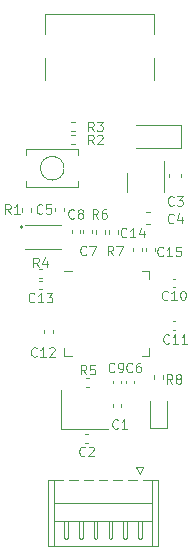
<source format=gbr>
%TF.GenerationSoftware,KiCad,Pcbnew,(6.0.8-1)-1*%
%TF.CreationDate,2022-11-12T20:26:07+08:00*%
%TF.ProjectId,RP-Link,52502d4c-696e-46b2-9e6b-696361645f70,rev?*%
%TF.SameCoordinates,Original*%
%TF.FileFunction,Legend,Top*%
%TF.FilePolarity,Positive*%
%FSLAX46Y46*%
G04 Gerber Fmt 4.6, Leading zero omitted, Abs format (unit mm)*
G04 Created by KiCad (PCBNEW (6.0.8-1)-1) date 2022-11-12 20:26:07*
%MOMM*%
%LPD*%
G01*
G04 APERTURE LIST*
%ADD10C,0.090000*%
%ADD11C,0.120000*%
%ADD12C,0.155000*%
G04 APERTURE END LIST*
D10*
%TO.C,R2*%
X124116666Y-75461904D02*
X123850000Y-75080952D01*
X123659523Y-75461904D02*
X123659523Y-74661904D01*
X123964285Y-74661904D01*
X124040476Y-74700000D01*
X124078571Y-74738095D01*
X124116666Y-74814285D01*
X124116666Y-74928571D01*
X124078571Y-75004761D01*
X124040476Y-75042857D01*
X123964285Y-75080952D01*
X123659523Y-75080952D01*
X124421428Y-74738095D02*
X124459523Y-74700000D01*
X124535714Y-74661904D01*
X124726190Y-74661904D01*
X124802380Y-74700000D01*
X124840476Y-74738095D01*
X124878571Y-74814285D01*
X124878571Y-74890476D01*
X124840476Y-75004761D01*
X124383333Y-75461904D01*
X124878571Y-75461904D01*
%TO.C,R5*%
X123466666Y-94961904D02*
X123200000Y-94580952D01*
X123009523Y-94961904D02*
X123009523Y-94161904D01*
X123314285Y-94161904D01*
X123390476Y-94200000D01*
X123428571Y-94238095D01*
X123466666Y-94314285D01*
X123466666Y-94428571D01*
X123428571Y-94504761D01*
X123390476Y-94542857D01*
X123314285Y-94580952D01*
X123009523Y-94580952D01*
X124190476Y-94161904D02*
X123809523Y-94161904D01*
X123771428Y-94542857D01*
X123809523Y-94504761D01*
X123885714Y-94466666D01*
X124076190Y-94466666D01*
X124152380Y-94504761D01*
X124190476Y-94542857D01*
X124228571Y-94619047D01*
X124228571Y-94809523D01*
X124190476Y-94885714D01*
X124152380Y-94923809D01*
X124076190Y-94961904D01*
X123885714Y-94961904D01*
X123809523Y-94923809D01*
X123771428Y-94885714D01*
%TO.C,C12*%
X119285714Y-93385714D02*
X119247619Y-93423809D01*
X119133333Y-93461904D01*
X119057142Y-93461904D01*
X118942857Y-93423809D01*
X118866666Y-93347619D01*
X118828571Y-93271428D01*
X118790476Y-93119047D01*
X118790476Y-93004761D01*
X118828571Y-92852380D01*
X118866666Y-92776190D01*
X118942857Y-92700000D01*
X119057142Y-92661904D01*
X119133333Y-92661904D01*
X119247619Y-92700000D01*
X119285714Y-92738095D01*
X120047619Y-93461904D02*
X119590476Y-93461904D01*
X119819047Y-93461904D02*
X119819047Y-92661904D01*
X119742857Y-92776190D01*
X119666666Y-92852380D01*
X119590476Y-92890476D01*
X120352380Y-92738095D02*
X120390476Y-92700000D01*
X120466666Y-92661904D01*
X120657142Y-92661904D01*
X120733333Y-92700000D01*
X120771428Y-92738095D01*
X120809523Y-92814285D01*
X120809523Y-92890476D01*
X120771428Y-93004761D01*
X120314285Y-93461904D01*
X120809523Y-93461904D01*
%TO.C,C4*%
X130866666Y-82085714D02*
X130828571Y-82123809D01*
X130714285Y-82161904D01*
X130638095Y-82161904D01*
X130523809Y-82123809D01*
X130447619Y-82047619D01*
X130409523Y-81971428D01*
X130371428Y-81819047D01*
X130371428Y-81704761D01*
X130409523Y-81552380D01*
X130447619Y-81476190D01*
X130523809Y-81400000D01*
X130638095Y-81361904D01*
X130714285Y-81361904D01*
X130828571Y-81400000D01*
X130866666Y-81438095D01*
X131552380Y-81628571D02*
X131552380Y-82161904D01*
X131361904Y-81323809D02*
X131171428Y-81895238D01*
X131666666Y-81895238D01*
%TO.C,R3*%
X124116666Y-74361904D02*
X123850000Y-73980952D01*
X123659523Y-74361904D02*
X123659523Y-73561904D01*
X123964285Y-73561904D01*
X124040476Y-73600000D01*
X124078571Y-73638095D01*
X124116666Y-73714285D01*
X124116666Y-73828571D01*
X124078571Y-73904761D01*
X124040476Y-73942857D01*
X123964285Y-73980952D01*
X123659523Y-73980952D01*
X124383333Y-73561904D02*
X124878571Y-73561904D01*
X124611904Y-73866666D01*
X124726190Y-73866666D01*
X124802380Y-73904761D01*
X124840476Y-73942857D01*
X124878571Y-74019047D01*
X124878571Y-74209523D01*
X124840476Y-74285714D01*
X124802380Y-74323809D01*
X124726190Y-74361904D01*
X124497619Y-74361904D01*
X124421428Y-74323809D01*
X124383333Y-74285714D01*
%TO.C,R1*%
X117066666Y-81361904D02*
X116800000Y-80980952D01*
X116609523Y-81361904D02*
X116609523Y-80561904D01*
X116914285Y-80561904D01*
X116990476Y-80600000D01*
X117028571Y-80638095D01*
X117066666Y-80714285D01*
X117066666Y-80828571D01*
X117028571Y-80904761D01*
X116990476Y-80942857D01*
X116914285Y-80980952D01*
X116609523Y-80980952D01*
X117828571Y-81361904D02*
X117371428Y-81361904D01*
X117600000Y-81361904D02*
X117600000Y-80561904D01*
X117523809Y-80676190D01*
X117447619Y-80752380D01*
X117371428Y-80790476D01*
%TO.C,C9*%
X125866666Y-94685714D02*
X125828571Y-94723809D01*
X125714285Y-94761904D01*
X125638095Y-94761904D01*
X125523809Y-94723809D01*
X125447619Y-94647619D01*
X125409523Y-94571428D01*
X125371428Y-94419047D01*
X125371428Y-94304761D01*
X125409523Y-94152380D01*
X125447619Y-94076190D01*
X125523809Y-94000000D01*
X125638095Y-93961904D01*
X125714285Y-93961904D01*
X125828571Y-94000000D01*
X125866666Y-94038095D01*
X126247619Y-94761904D02*
X126400000Y-94761904D01*
X126476190Y-94723809D01*
X126514285Y-94685714D01*
X126590476Y-94571428D01*
X126628571Y-94419047D01*
X126628571Y-94114285D01*
X126590476Y-94038095D01*
X126552380Y-94000000D01*
X126476190Y-93961904D01*
X126323809Y-93961904D01*
X126247619Y-94000000D01*
X126209523Y-94038095D01*
X126171428Y-94114285D01*
X126171428Y-94304761D01*
X126209523Y-94380952D01*
X126247619Y-94419047D01*
X126323809Y-94457142D01*
X126476190Y-94457142D01*
X126552380Y-94419047D01*
X126590476Y-94380952D01*
X126628571Y-94304761D01*
%TO.C,C2*%
X123366666Y-101785714D02*
X123328571Y-101823809D01*
X123214285Y-101861904D01*
X123138095Y-101861904D01*
X123023809Y-101823809D01*
X122947619Y-101747619D01*
X122909523Y-101671428D01*
X122871428Y-101519047D01*
X122871428Y-101404761D01*
X122909523Y-101252380D01*
X122947619Y-101176190D01*
X123023809Y-101100000D01*
X123138095Y-101061904D01*
X123214285Y-101061904D01*
X123328571Y-101100000D01*
X123366666Y-101138095D01*
X123671428Y-101138095D02*
X123709523Y-101100000D01*
X123785714Y-101061904D01*
X123976190Y-101061904D01*
X124052380Y-101100000D01*
X124090476Y-101138095D01*
X124128571Y-101214285D01*
X124128571Y-101290476D01*
X124090476Y-101404761D01*
X123633333Y-101861904D01*
X124128571Y-101861904D01*
%TO.C,C10*%
X130385714Y-88585714D02*
X130347619Y-88623809D01*
X130233333Y-88661904D01*
X130157142Y-88661904D01*
X130042857Y-88623809D01*
X129966666Y-88547619D01*
X129928571Y-88471428D01*
X129890476Y-88319047D01*
X129890476Y-88204761D01*
X129928571Y-88052380D01*
X129966666Y-87976190D01*
X130042857Y-87900000D01*
X130157142Y-87861904D01*
X130233333Y-87861904D01*
X130347619Y-87900000D01*
X130385714Y-87938095D01*
X131147619Y-88661904D02*
X130690476Y-88661904D01*
X130919047Y-88661904D02*
X130919047Y-87861904D01*
X130842857Y-87976190D01*
X130766666Y-88052380D01*
X130690476Y-88090476D01*
X131642857Y-87861904D02*
X131719047Y-87861904D01*
X131795238Y-87900000D01*
X131833333Y-87938095D01*
X131871428Y-88014285D01*
X131909523Y-88166666D01*
X131909523Y-88357142D01*
X131871428Y-88509523D01*
X131833333Y-88585714D01*
X131795238Y-88623809D01*
X131719047Y-88661904D01*
X131642857Y-88661904D01*
X131566666Y-88623809D01*
X131528571Y-88585714D01*
X131490476Y-88509523D01*
X131452380Y-88357142D01*
X131452380Y-88166666D01*
X131490476Y-88014285D01*
X131528571Y-87938095D01*
X131566666Y-87900000D01*
X131642857Y-87861904D01*
%TO.C,C14*%
X126885714Y-83285714D02*
X126847619Y-83323809D01*
X126733333Y-83361904D01*
X126657142Y-83361904D01*
X126542857Y-83323809D01*
X126466666Y-83247619D01*
X126428571Y-83171428D01*
X126390476Y-83019047D01*
X126390476Y-82904761D01*
X126428571Y-82752380D01*
X126466666Y-82676190D01*
X126542857Y-82600000D01*
X126657142Y-82561904D01*
X126733333Y-82561904D01*
X126847619Y-82600000D01*
X126885714Y-82638095D01*
X127647619Y-83361904D02*
X127190476Y-83361904D01*
X127419047Y-83361904D02*
X127419047Y-82561904D01*
X127342857Y-82676190D01*
X127266666Y-82752380D01*
X127190476Y-82790476D01*
X128333333Y-82828571D02*
X128333333Y-83361904D01*
X128142857Y-82523809D02*
X127952380Y-83095238D01*
X128447619Y-83095238D01*
%TO.C,C1*%
X126166666Y-99485714D02*
X126128571Y-99523809D01*
X126014285Y-99561904D01*
X125938095Y-99561904D01*
X125823809Y-99523809D01*
X125747619Y-99447619D01*
X125709523Y-99371428D01*
X125671428Y-99219047D01*
X125671428Y-99104761D01*
X125709523Y-98952380D01*
X125747619Y-98876190D01*
X125823809Y-98800000D01*
X125938095Y-98761904D01*
X126014285Y-98761904D01*
X126128571Y-98800000D01*
X126166666Y-98838095D01*
X126928571Y-99561904D02*
X126471428Y-99561904D01*
X126700000Y-99561904D02*
X126700000Y-98761904D01*
X126623809Y-98876190D01*
X126547619Y-98952380D01*
X126471428Y-98990476D01*
%TO.C,C13*%
X119085714Y-88785714D02*
X119047619Y-88823809D01*
X118933333Y-88861904D01*
X118857142Y-88861904D01*
X118742857Y-88823809D01*
X118666666Y-88747619D01*
X118628571Y-88671428D01*
X118590476Y-88519047D01*
X118590476Y-88404761D01*
X118628571Y-88252380D01*
X118666666Y-88176190D01*
X118742857Y-88100000D01*
X118857142Y-88061904D01*
X118933333Y-88061904D01*
X119047619Y-88100000D01*
X119085714Y-88138095D01*
X119847619Y-88861904D02*
X119390476Y-88861904D01*
X119619047Y-88861904D02*
X119619047Y-88061904D01*
X119542857Y-88176190D01*
X119466666Y-88252380D01*
X119390476Y-88290476D01*
X120114285Y-88061904D02*
X120609523Y-88061904D01*
X120342857Y-88366666D01*
X120457142Y-88366666D01*
X120533333Y-88404761D01*
X120571428Y-88442857D01*
X120609523Y-88519047D01*
X120609523Y-88709523D01*
X120571428Y-88785714D01*
X120533333Y-88823809D01*
X120457142Y-88861904D01*
X120228571Y-88861904D01*
X120152380Y-88823809D01*
X120114285Y-88785714D01*
%TO.C,C7*%
X123466666Y-84785714D02*
X123428571Y-84823809D01*
X123314285Y-84861904D01*
X123238095Y-84861904D01*
X123123809Y-84823809D01*
X123047619Y-84747619D01*
X123009523Y-84671428D01*
X122971428Y-84519047D01*
X122971428Y-84404761D01*
X123009523Y-84252380D01*
X123047619Y-84176190D01*
X123123809Y-84100000D01*
X123238095Y-84061904D01*
X123314285Y-84061904D01*
X123428571Y-84100000D01*
X123466666Y-84138095D01*
X123733333Y-84061904D02*
X124266666Y-84061904D01*
X123923809Y-84861904D01*
%TO.C,C15*%
X129985714Y-84885714D02*
X129947619Y-84923809D01*
X129833333Y-84961904D01*
X129757142Y-84961904D01*
X129642857Y-84923809D01*
X129566666Y-84847619D01*
X129528571Y-84771428D01*
X129490476Y-84619047D01*
X129490476Y-84504761D01*
X129528571Y-84352380D01*
X129566666Y-84276190D01*
X129642857Y-84200000D01*
X129757142Y-84161904D01*
X129833333Y-84161904D01*
X129947619Y-84200000D01*
X129985714Y-84238095D01*
X130747619Y-84961904D02*
X130290476Y-84961904D01*
X130519047Y-84961904D02*
X130519047Y-84161904D01*
X130442857Y-84276190D01*
X130366666Y-84352380D01*
X130290476Y-84390476D01*
X131471428Y-84161904D02*
X131090476Y-84161904D01*
X131052380Y-84542857D01*
X131090476Y-84504761D01*
X131166666Y-84466666D01*
X131357142Y-84466666D01*
X131433333Y-84504761D01*
X131471428Y-84542857D01*
X131509523Y-84619047D01*
X131509523Y-84809523D01*
X131471428Y-84885714D01*
X131433333Y-84923809D01*
X131357142Y-84961904D01*
X131166666Y-84961904D01*
X131090476Y-84923809D01*
X131052380Y-84885714D01*
%TO.C,C6*%
X127366666Y-94685714D02*
X127328571Y-94723809D01*
X127214285Y-94761904D01*
X127138095Y-94761904D01*
X127023809Y-94723809D01*
X126947619Y-94647619D01*
X126909523Y-94571428D01*
X126871428Y-94419047D01*
X126871428Y-94304761D01*
X126909523Y-94152380D01*
X126947619Y-94076190D01*
X127023809Y-94000000D01*
X127138095Y-93961904D01*
X127214285Y-93961904D01*
X127328571Y-94000000D01*
X127366666Y-94038095D01*
X128052380Y-93961904D02*
X127900000Y-93961904D01*
X127823809Y-94000000D01*
X127785714Y-94038095D01*
X127709523Y-94152380D01*
X127671428Y-94304761D01*
X127671428Y-94609523D01*
X127709523Y-94685714D01*
X127747619Y-94723809D01*
X127823809Y-94761904D01*
X127976190Y-94761904D01*
X128052380Y-94723809D01*
X128090476Y-94685714D01*
X128128571Y-94609523D01*
X128128571Y-94419047D01*
X128090476Y-94342857D01*
X128052380Y-94304761D01*
X127976190Y-94266666D01*
X127823809Y-94266666D01*
X127747619Y-94304761D01*
X127709523Y-94342857D01*
X127671428Y-94419047D01*
%TO.C,C11*%
X130485714Y-92285714D02*
X130447619Y-92323809D01*
X130333333Y-92361904D01*
X130257142Y-92361904D01*
X130142857Y-92323809D01*
X130066666Y-92247619D01*
X130028571Y-92171428D01*
X129990476Y-92019047D01*
X129990476Y-91904761D01*
X130028571Y-91752380D01*
X130066666Y-91676190D01*
X130142857Y-91600000D01*
X130257142Y-91561904D01*
X130333333Y-91561904D01*
X130447619Y-91600000D01*
X130485714Y-91638095D01*
X131247619Y-92361904D02*
X130790476Y-92361904D01*
X131019047Y-92361904D02*
X131019047Y-91561904D01*
X130942857Y-91676190D01*
X130866666Y-91752380D01*
X130790476Y-91790476D01*
X132009523Y-92361904D02*
X131552380Y-92361904D01*
X131780952Y-92361904D02*
X131780952Y-91561904D01*
X131704761Y-91676190D01*
X131628571Y-91752380D01*
X131552380Y-91790476D01*
%TO.C,R7*%
X125766666Y-84861904D02*
X125500000Y-84480952D01*
X125309523Y-84861904D02*
X125309523Y-84061904D01*
X125614285Y-84061904D01*
X125690476Y-84100000D01*
X125728571Y-84138095D01*
X125766666Y-84214285D01*
X125766666Y-84328571D01*
X125728571Y-84404761D01*
X125690476Y-84442857D01*
X125614285Y-84480952D01*
X125309523Y-84480952D01*
X126033333Y-84061904D02*
X126566666Y-84061904D01*
X126223809Y-84861904D01*
%TO.C,C3*%
X130866666Y-80585714D02*
X130828571Y-80623809D01*
X130714285Y-80661904D01*
X130638095Y-80661904D01*
X130523809Y-80623809D01*
X130447619Y-80547619D01*
X130409523Y-80471428D01*
X130371428Y-80319047D01*
X130371428Y-80204761D01*
X130409523Y-80052380D01*
X130447619Y-79976190D01*
X130523809Y-79900000D01*
X130638095Y-79861904D01*
X130714285Y-79861904D01*
X130828571Y-79900000D01*
X130866666Y-79938095D01*
X131133333Y-79861904D02*
X131628571Y-79861904D01*
X131361904Y-80166666D01*
X131476190Y-80166666D01*
X131552380Y-80204761D01*
X131590476Y-80242857D01*
X131628571Y-80319047D01*
X131628571Y-80509523D01*
X131590476Y-80585714D01*
X131552380Y-80623809D01*
X131476190Y-80661904D01*
X131247619Y-80661904D01*
X131171428Y-80623809D01*
X131133333Y-80585714D01*
%TO.C,R8*%
X130766666Y-95761904D02*
X130500000Y-95380952D01*
X130309523Y-95761904D02*
X130309523Y-94961904D01*
X130614285Y-94961904D01*
X130690476Y-95000000D01*
X130728571Y-95038095D01*
X130766666Y-95114285D01*
X130766666Y-95228571D01*
X130728571Y-95304761D01*
X130690476Y-95342857D01*
X130614285Y-95380952D01*
X130309523Y-95380952D01*
X131223809Y-95304761D02*
X131147619Y-95266666D01*
X131109523Y-95228571D01*
X131071428Y-95152380D01*
X131071428Y-95114285D01*
X131109523Y-95038095D01*
X131147619Y-95000000D01*
X131223809Y-94961904D01*
X131376190Y-94961904D01*
X131452380Y-95000000D01*
X131490476Y-95038095D01*
X131528571Y-95114285D01*
X131528571Y-95152380D01*
X131490476Y-95228571D01*
X131452380Y-95266666D01*
X131376190Y-95304761D01*
X131223809Y-95304761D01*
X131147619Y-95342857D01*
X131109523Y-95380952D01*
X131071428Y-95457142D01*
X131071428Y-95609523D01*
X131109523Y-95685714D01*
X131147619Y-95723809D01*
X131223809Y-95761904D01*
X131376190Y-95761904D01*
X131452380Y-95723809D01*
X131490476Y-95685714D01*
X131528571Y-95609523D01*
X131528571Y-95457142D01*
X131490476Y-95380952D01*
X131452380Y-95342857D01*
X131376190Y-95304761D01*
%TO.C,R6*%
X124466666Y-81761904D02*
X124200000Y-81380952D01*
X124009523Y-81761904D02*
X124009523Y-80961904D01*
X124314285Y-80961904D01*
X124390476Y-81000000D01*
X124428571Y-81038095D01*
X124466666Y-81114285D01*
X124466666Y-81228571D01*
X124428571Y-81304761D01*
X124390476Y-81342857D01*
X124314285Y-81380952D01*
X124009523Y-81380952D01*
X125152380Y-80961904D02*
X125000000Y-80961904D01*
X124923809Y-81000000D01*
X124885714Y-81038095D01*
X124809523Y-81152380D01*
X124771428Y-81304761D01*
X124771428Y-81609523D01*
X124809523Y-81685714D01*
X124847619Y-81723809D01*
X124923809Y-81761904D01*
X125076190Y-81761904D01*
X125152380Y-81723809D01*
X125190476Y-81685714D01*
X125228571Y-81609523D01*
X125228571Y-81419047D01*
X125190476Y-81342857D01*
X125152380Y-81304761D01*
X125076190Y-81266666D01*
X124923809Y-81266666D01*
X124847619Y-81304761D01*
X124809523Y-81342857D01*
X124771428Y-81419047D01*
%TO.C,C8*%
X122466666Y-81685714D02*
X122428571Y-81723809D01*
X122314285Y-81761904D01*
X122238095Y-81761904D01*
X122123809Y-81723809D01*
X122047619Y-81647619D01*
X122009523Y-81571428D01*
X121971428Y-81419047D01*
X121971428Y-81304761D01*
X122009523Y-81152380D01*
X122047619Y-81076190D01*
X122123809Y-81000000D01*
X122238095Y-80961904D01*
X122314285Y-80961904D01*
X122428571Y-81000000D01*
X122466666Y-81038095D01*
X122923809Y-81304761D02*
X122847619Y-81266666D01*
X122809523Y-81228571D01*
X122771428Y-81152380D01*
X122771428Y-81114285D01*
X122809523Y-81038095D01*
X122847619Y-81000000D01*
X122923809Y-80961904D01*
X123076190Y-80961904D01*
X123152380Y-81000000D01*
X123190476Y-81038095D01*
X123228571Y-81114285D01*
X123228571Y-81152380D01*
X123190476Y-81228571D01*
X123152380Y-81266666D01*
X123076190Y-81304761D01*
X122923809Y-81304761D01*
X122847619Y-81342857D01*
X122809523Y-81380952D01*
X122771428Y-81457142D01*
X122771428Y-81609523D01*
X122809523Y-81685714D01*
X122847619Y-81723809D01*
X122923809Y-81761904D01*
X123076190Y-81761904D01*
X123152380Y-81723809D01*
X123190476Y-81685714D01*
X123228571Y-81609523D01*
X123228571Y-81457142D01*
X123190476Y-81380952D01*
X123152380Y-81342857D01*
X123076190Y-81304761D01*
%TO.C,C5*%
X119766666Y-81285714D02*
X119728571Y-81323809D01*
X119614285Y-81361904D01*
X119538095Y-81361904D01*
X119423809Y-81323809D01*
X119347619Y-81247619D01*
X119309523Y-81171428D01*
X119271428Y-81019047D01*
X119271428Y-80904761D01*
X119309523Y-80752380D01*
X119347619Y-80676190D01*
X119423809Y-80600000D01*
X119538095Y-80561904D01*
X119614285Y-80561904D01*
X119728571Y-80600000D01*
X119766666Y-80638095D01*
X120490476Y-80561904D02*
X120109523Y-80561904D01*
X120071428Y-80942857D01*
X120109523Y-80904761D01*
X120185714Y-80866666D01*
X120376190Y-80866666D01*
X120452380Y-80904761D01*
X120490476Y-80942857D01*
X120528571Y-81019047D01*
X120528571Y-81209523D01*
X120490476Y-81285714D01*
X120452380Y-81323809D01*
X120376190Y-81361904D01*
X120185714Y-81361904D01*
X120109523Y-81323809D01*
X120071428Y-81285714D01*
%TO.C,R4*%
X119466666Y-85861904D02*
X119200000Y-85480952D01*
X119009523Y-85861904D02*
X119009523Y-85061904D01*
X119314285Y-85061904D01*
X119390476Y-85100000D01*
X119428571Y-85138095D01*
X119466666Y-85214285D01*
X119466666Y-85328571D01*
X119428571Y-85404761D01*
X119390476Y-85442857D01*
X119314285Y-85480952D01*
X119009523Y-85480952D01*
X120152380Y-85328571D02*
X120152380Y-85861904D01*
X119961904Y-85023809D02*
X119771428Y-85595238D01*
X120266666Y-85595238D01*
D11*
%TO.C,R2*%
X122503641Y-74720000D02*
X122196359Y-74720000D01*
X122503641Y-75480000D02*
X122196359Y-75480000D01*
%TO.C,R5*%
X123446359Y-95980000D02*
X123753641Y-95980000D01*
X123446359Y-95220000D02*
X123753641Y-95220000D01*
%TO.C,Y1*%
X121300000Y-99550000D02*
X125300000Y-99550000D01*
X121300000Y-96250000D02*
X121300000Y-99550000D01*
%TO.C,U1*%
X118300000Y-82300000D02*
X121300000Y-82300000D01*
X121300000Y-84300000D02*
X118300000Y-84300000D01*
D12*
X118077500Y-82500000D02*
G75*
G03*
X118077500Y-82500000I-77500J0D01*
G01*
D11*
%TO.C,C12*%
X119940000Y-91192164D02*
X119940000Y-91407836D01*
X120660000Y-91192164D02*
X120660000Y-91407836D01*
%TO.C,C4*%
X128840580Y-82210000D02*
X128559420Y-82210000D01*
X128840580Y-81190000D02*
X128559420Y-81190000D01*
%TO.C,R3*%
X122503641Y-74380000D02*
X122196359Y-74380000D01*
X122503641Y-73620000D02*
X122196359Y-73620000D01*
%TO.C,U2*%
X126940000Y-78670000D02*
X126940000Y-77870000D01*
X130060000Y-78670000D02*
X130060000Y-79470000D01*
X130060000Y-78670000D02*
X130060000Y-76870000D01*
X126940000Y-78670000D02*
X126940000Y-79470000D01*
%TO.C,R1*%
X118780000Y-80856359D02*
X118780000Y-81163641D01*
X118020000Y-80856359D02*
X118020000Y-81163641D01*
%TO.C,C9*%
X126460000Y-95492164D02*
X126460000Y-95707836D01*
X125740000Y-95492164D02*
X125740000Y-95707836D01*
%TO.C,C2*%
X123607836Y-100040000D02*
X123392164Y-100040000D01*
X123607836Y-100760000D02*
X123392164Y-100760000D01*
%TO.C,C10*%
X130792164Y-86840000D02*
X131007836Y-86840000D01*
X130792164Y-87560000D02*
X131007836Y-87560000D01*
%TO.C,C14*%
X128160000Y-84507836D02*
X128160000Y-84292164D01*
X127440000Y-84507836D02*
X127440000Y-84292164D01*
%TO.C,C1*%
X126460000Y-97707836D02*
X126460000Y-97492164D01*
X125740000Y-97707836D02*
X125740000Y-97492164D01*
%TO.C,C13*%
X119707836Y-87040000D02*
X119492164Y-87040000D01*
X119707836Y-87760000D02*
X119492164Y-87760000D01*
%TO.C,J2*%
X121925000Y-108830000D02*
X121775000Y-108867500D01*
X121775000Y-108867500D02*
X121625000Y-108830000D01*
X126775000Y-108867500D02*
X126625000Y-108830000D01*
X129585000Y-109477500D02*
X120215000Y-109477500D01*
X122775000Y-103907500D02*
X122775000Y-103857500D01*
X123175000Y-107367500D02*
X123175000Y-108830000D01*
X125775000Y-103857500D02*
X125775000Y-103907500D01*
X129035000Y-105867500D02*
X120765000Y-105867500D01*
X120215000Y-109477500D02*
X120215000Y-103857500D01*
X123025000Y-108867500D02*
X122875000Y-108830000D01*
X125675000Y-108830000D02*
X125525000Y-108867500D01*
X128175000Y-107367500D02*
X128175000Y-108830000D01*
X126925000Y-107367500D02*
X126925000Y-108830000D01*
X128175000Y-108830000D02*
X128025000Y-108867500D01*
X127775000Y-103857500D02*
X127025000Y-103857500D01*
X121925000Y-107367500D02*
X121925000Y-108830000D01*
X128275000Y-103907500D02*
X128275000Y-103857500D01*
X129585000Y-103857500D02*
X129585000Y-109477500D01*
X129035000Y-107367500D02*
X120765000Y-107367500D01*
X126525000Y-103857500D02*
X125775000Y-103857500D01*
X124125000Y-108830000D02*
X124125000Y-107367500D01*
X125525000Y-108867500D02*
X125375000Y-108830000D01*
X128275000Y-103857500D02*
X129585000Y-103857500D01*
X127725000Y-102767500D02*
X128025000Y-103367500D01*
X128025000Y-108867500D02*
X127875000Y-108830000D01*
X127025000Y-103857500D02*
X127025000Y-103907500D01*
X125375000Y-108830000D02*
X125375000Y-107367500D01*
X123175000Y-108830000D02*
X123025000Y-108867500D01*
X122775000Y-103857500D02*
X122025000Y-103857500D01*
X124025000Y-103907500D02*
X124025000Y-103857500D01*
X125275000Y-103857500D02*
X124525000Y-103857500D01*
X124275000Y-108867500D02*
X124125000Y-108830000D01*
X124025000Y-103857500D02*
X123275000Y-103857500D01*
X127775000Y-103907500D02*
X127775000Y-103857500D01*
X126525000Y-103907500D02*
X126525000Y-103857500D01*
X125275000Y-103907500D02*
X125275000Y-103857500D01*
X124425000Y-107367500D02*
X124425000Y-108830000D01*
X126625000Y-108830000D02*
X126625000Y-107367500D01*
X120215000Y-103857500D02*
X121525000Y-103857500D01*
X122875000Y-108830000D02*
X122875000Y-107367500D01*
X122025000Y-103857500D02*
X122025000Y-103907500D01*
X120765000Y-109477500D02*
X120765000Y-103857500D01*
X125675000Y-107367500D02*
X125675000Y-108830000D01*
X128325000Y-102767500D02*
X127725000Y-102767500D01*
X129035000Y-109477500D02*
X129035000Y-103857500D01*
X128025000Y-103367500D02*
X128325000Y-102767500D01*
X121525000Y-103857500D02*
X121525000Y-103907500D01*
X124525000Y-103857500D02*
X124525000Y-103907500D01*
X123275000Y-103857500D02*
X123275000Y-103907500D01*
X127875000Y-108830000D02*
X127875000Y-107367500D01*
X126925000Y-108830000D02*
X126775000Y-108867500D01*
X121625000Y-108830000D02*
X121625000Y-107367500D01*
X124425000Y-108830000D02*
X124275000Y-108867500D01*
%TO.C,C7*%
X123240000Y-82977836D02*
X123240000Y-82762164D01*
X123960000Y-82977836D02*
X123960000Y-82762164D01*
%TO.C,C15*%
X128540000Y-84507836D02*
X128540000Y-84292164D01*
X129260000Y-84507836D02*
X129260000Y-84292164D01*
%TO.C,C6*%
X127560000Y-95492164D02*
X127560000Y-95707836D01*
X126840000Y-95492164D02*
X126840000Y-95707836D01*
%TO.C,SW1*%
X122800000Y-75900000D02*
X122800000Y-76400000D01*
X122800000Y-75900000D02*
X118400000Y-75900000D01*
X118400000Y-75900000D02*
X118400000Y-76400000D01*
X122800000Y-79100000D02*
X122800000Y-78600000D01*
X122800000Y-79100000D02*
X118400000Y-79100000D01*
X118400000Y-79100000D02*
X118400000Y-78600000D01*
X121600000Y-77500000D02*
G75*
G03*
X121600000Y-77500000I-1000000J0D01*
G01*
%TO.C,C11*%
X130792164Y-91160000D02*
X131007836Y-91160000D01*
X130792164Y-90440000D02*
X131007836Y-90440000D01*
%TO.C,R7*%
X125370000Y-82746359D02*
X125370000Y-83053641D01*
X126130000Y-82746359D02*
X126130000Y-83053641D01*
%TO.C,C3*%
X130490000Y-77959420D02*
X130490000Y-78240580D01*
X131510000Y-77959420D02*
X131510000Y-78240580D01*
%TO.C,D1*%
X130335000Y-99485000D02*
X130335000Y-97200000D01*
X128865000Y-97200000D02*
X128865000Y-99485000D01*
X128865000Y-99485000D02*
X130335000Y-99485000D01*
%TO.C,R8*%
X129220000Y-95046359D02*
X129220000Y-95353641D01*
X129980000Y-95046359D02*
X129980000Y-95353641D01*
%TO.C,U3*%
X122240000Y-86190000D02*
X121590000Y-86190000D01*
X128810000Y-86190000D02*
X128810000Y-86840000D01*
X128160000Y-93410000D02*
X128810000Y-93410000D01*
X128160000Y-86190000D02*
X128810000Y-86190000D01*
X128810000Y-93410000D02*
X128810000Y-92760000D01*
X122240000Y-93410000D02*
X121590000Y-93410000D01*
X121590000Y-93410000D02*
X121590000Y-92760000D01*
%TO.C,R6*%
X124270000Y-82746359D02*
X124270000Y-83053641D01*
X125030000Y-82746359D02*
X125030000Y-83053641D01*
%TO.C,C8*%
X122960000Y-82977836D02*
X122960000Y-82762164D01*
X122240000Y-82977836D02*
X122240000Y-82762164D01*
%TO.C,J1*%
X120020000Y-68130000D02*
X120020000Y-70050000D01*
X129180000Y-70050000D02*
X129180000Y-68130000D01*
X129180000Y-64415000D02*
X129180000Y-66120000D01*
X120020000Y-64415000D02*
X129180000Y-64415000D01*
X120020000Y-66120000D02*
X120020000Y-64415000D01*
%TO.C,D2*%
X131500000Y-75800000D02*
X127650000Y-75800000D01*
X131500000Y-75800000D02*
X131500000Y-73800000D01*
X131500000Y-73800000D02*
X127650000Y-73800000D01*
%TO.C,C5*%
X120840000Y-81097836D02*
X120840000Y-80882164D01*
X121560000Y-81097836D02*
X121560000Y-80882164D01*
%TO.C,R4*%
X119446359Y-86780000D02*
X119753641Y-86780000D01*
X119446359Y-86020000D02*
X119753641Y-86020000D01*
%TD*%
M02*

</source>
